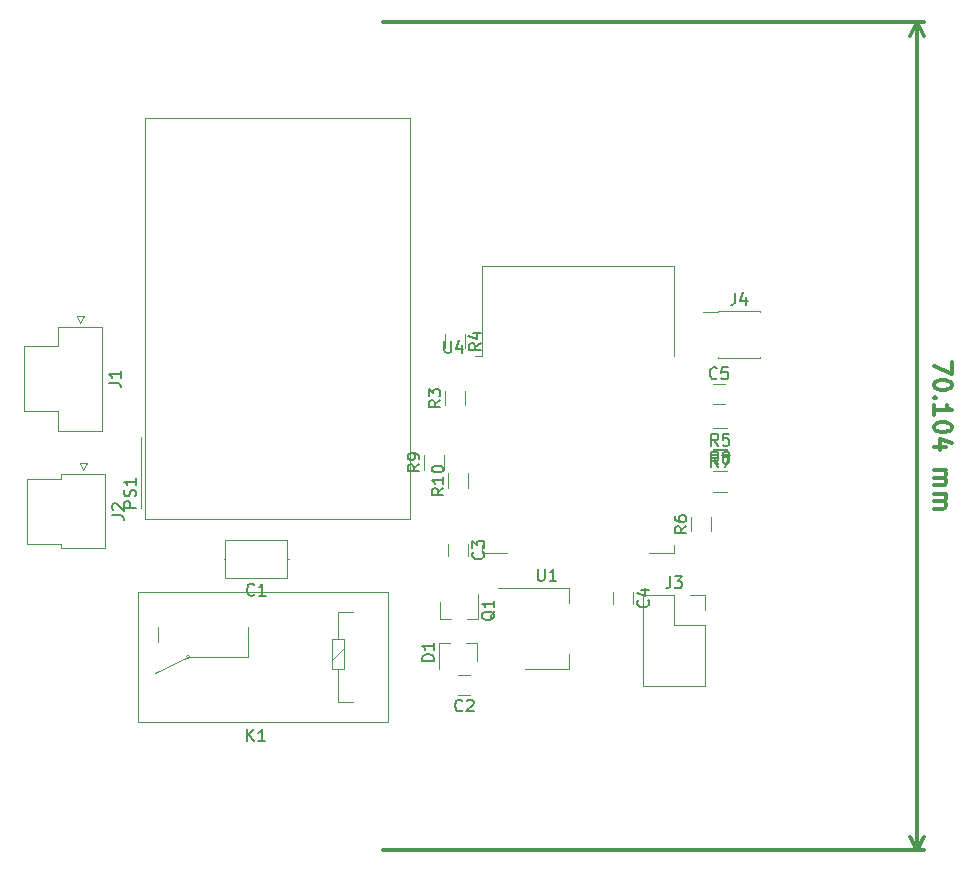
<source format=gbr>
G04 #@! TF.GenerationSoftware,KiCad,Pcbnew,(5.0.2)-1*
G04 #@! TF.CreationDate,2020-01-19T23:31:25+01:00*
G04 #@! TF.ProjectId,loftrelayRound,6c6f6674-7265-46c6-9179-526f756e642e,rev?*
G04 #@! TF.SameCoordinates,Original*
G04 #@! TF.FileFunction,Legend,Top*
G04 #@! TF.FilePolarity,Positive*
%FSLAX46Y46*%
G04 Gerber Fmt 4.6, Leading zero omitted, Abs format (unit mm)*
G04 Created by KiCad (PCBNEW (5.0.2)-1) date 19/01/2020 23:31:25*
%MOMM*%
%LPD*%
G01*
G04 APERTURE LIST*
%ADD10C,0.300000*%
%ADD11C,0.120000*%
%ADD12C,0.150000*%
G04 APERTURE END LIST*
D10*
X196723428Y-111570285D02*
X196723428Y-112570285D01*
X195223428Y-111927428D01*
X196723428Y-113427428D02*
X196723428Y-113570285D01*
X196652000Y-113713142D01*
X196580571Y-113784571D01*
X196437714Y-113856000D01*
X196152000Y-113927428D01*
X195794857Y-113927428D01*
X195509142Y-113856000D01*
X195366285Y-113784571D01*
X195294857Y-113713142D01*
X195223428Y-113570285D01*
X195223428Y-113427428D01*
X195294857Y-113284571D01*
X195366285Y-113213142D01*
X195509142Y-113141714D01*
X195794857Y-113070285D01*
X196152000Y-113070285D01*
X196437714Y-113141714D01*
X196580571Y-113213142D01*
X196652000Y-113284571D01*
X196723428Y-113427428D01*
X195366285Y-114570285D02*
X195294857Y-114641714D01*
X195223428Y-114570285D01*
X195294857Y-114498857D01*
X195366285Y-114570285D01*
X195223428Y-114570285D01*
X195223428Y-116070285D02*
X195223428Y-115213142D01*
X195223428Y-115641714D02*
X196723428Y-115641714D01*
X196509142Y-115498857D01*
X196366285Y-115356000D01*
X196294857Y-115213142D01*
X196723428Y-116998857D02*
X196723428Y-117141714D01*
X196652000Y-117284571D01*
X196580571Y-117356000D01*
X196437714Y-117427428D01*
X196152000Y-117498857D01*
X195794857Y-117498857D01*
X195509142Y-117427428D01*
X195366285Y-117356000D01*
X195294857Y-117284571D01*
X195223428Y-117141714D01*
X195223428Y-116998857D01*
X195294857Y-116856000D01*
X195366285Y-116784571D01*
X195509142Y-116713142D01*
X195794857Y-116641714D01*
X196152000Y-116641714D01*
X196437714Y-116713142D01*
X196580571Y-116784571D01*
X196652000Y-116856000D01*
X196723428Y-116998857D01*
X196223428Y-118784571D02*
X195223428Y-118784571D01*
X196794857Y-118427428D02*
X195723428Y-118070285D01*
X195723428Y-118998857D01*
X195223428Y-120713142D02*
X196223428Y-120713142D01*
X196080571Y-120713142D02*
X196152000Y-120784571D01*
X196223428Y-120927428D01*
X196223428Y-121141714D01*
X196152000Y-121284571D01*
X196009142Y-121356000D01*
X195223428Y-121356000D01*
X196009142Y-121356000D02*
X196152000Y-121427428D01*
X196223428Y-121570285D01*
X196223428Y-121784571D01*
X196152000Y-121927428D01*
X196009142Y-121998857D01*
X195223428Y-121998857D01*
X195223428Y-122713142D02*
X196223428Y-122713142D01*
X196080571Y-122713142D02*
X196152000Y-122784571D01*
X196223428Y-122927428D01*
X196223428Y-123141714D01*
X196152000Y-123284571D01*
X196009142Y-123356000D01*
X195223428Y-123356000D01*
X196009142Y-123356000D02*
X196152000Y-123427428D01*
X196223428Y-123570285D01*
X196223428Y-123784571D01*
X196152000Y-123927428D01*
X196009142Y-123998857D01*
X195223428Y-123998857D01*
X193802000Y-82804000D02*
X193802000Y-152908000D01*
X148590000Y-82804000D02*
X194388421Y-82804000D01*
X148590000Y-152908000D02*
X194388421Y-152908000D01*
X193802000Y-152908000D02*
X193215579Y-151781496D01*
X193802000Y-152908000D02*
X194388421Y-151781496D01*
X193802000Y-82804000D02*
X193215579Y-83930504D01*
X193802000Y-82804000D02*
X194388421Y-83930504D01*
D11*
G04 #@! TO.C,C1*
X135085000Y-128270000D02*
X135245000Y-128270000D01*
X140625000Y-128270000D02*
X140465000Y-128270000D01*
X135245000Y-129880000D02*
X140465000Y-129880000D01*
X135245000Y-126660000D02*
X135245000Y-129880000D01*
X140465000Y-126660000D02*
X135245000Y-126660000D01*
X140465000Y-129880000D02*
X140465000Y-126660000D01*
G04 #@! TO.C,C2*
X155968000Y-138088000D02*
X154968000Y-138088000D01*
X154968000Y-139788000D02*
X155968000Y-139788000D01*
G04 #@! TO.C,C3*
X155790000Y-127988000D02*
X155790000Y-126988000D01*
X154090000Y-126988000D02*
X154090000Y-127988000D01*
G04 #@! TO.C,C4*
X168060000Y-131052000D02*
X168060000Y-132052000D01*
X169760000Y-132052000D02*
X169760000Y-131052000D01*
G04 #@! TO.C,R3*
X153806000Y-115234000D02*
X153806000Y-114034000D01*
X155566000Y-114034000D02*
X155566000Y-115234000D01*
G04 #@! TO.C,R4*
X153806000Y-110408000D02*
X153806000Y-109208000D01*
X155566000Y-109208000D02*
X155566000Y-110408000D01*
G04 #@! TO.C,R5*
X177718000Y-120768000D02*
X176518000Y-120768000D01*
X176518000Y-119008000D02*
X177718000Y-119008000D01*
G04 #@! TO.C,R6*
X174634000Y-125902000D02*
X174634000Y-124702000D01*
X176394000Y-124702000D02*
X176394000Y-125902000D01*
G04 #@! TO.C,R7*
X177718000Y-122546000D02*
X176518000Y-122546000D01*
X176518000Y-120786000D02*
X177718000Y-120786000D01*
G04 #@! TO.C,U4*
X156980000Y-103450000D02*
X173220000Y-103450000D01*
X173220000Y-103450000D02*
X173220000Y-111070000D01*
X173220000Y-127070000D02*
X173220000Y-127690000D01*
X173220000Y-127690000D02*
X171100000Y-127690000D01*
X159100000Y-127690000D02*
X156980000Y-127690000D01*
X156980000Y-127690000D02*
X156980000Y-127070000D01*
X156980000Y-111070000D02*
X156980000Y-103450000D01*
X156980000Y-111070000D02*
X156370000Y-111070000D01*
G04 #@! TO.C,Q1*
X153426000Y-133332000D02*
X153426000Y-131872000D01*
X156586000Y-133332000D02*
X156586000Y-131172000D01*
X156586000Y-133332000D02*
X155656000Y-133332000D01*
X153426000Y-133332000D02*
X154356000Y-133332000D01*
G04 #@! TO.C,K1*
X132210000Y-136525000D02*
G75*
G03X132210000Y-136525000I-130000J0D01*
G01*
X149000000Y-142025000D02*
X127860000Y-142025000D01*
X149000000Y-131025000D02*
X149000000Y-142025000D01*
X127860000Y-131025000D02*
X127860000Y-142025000D01*
X149000000Y-131025000D02*
X127860000Y-131025000D01*
X144270000Y-135005000D02*
X144780000Y-135005000D01*
X144270000Y-137545000D02*
X144270000Y-135005000D01*
X144780000Y-137545000D02*
X144270000Y-137545000D01*
X145290000Y-137545000D02*
X144780000Y-137545000D01*
X145290000Y-135005000D02*
X145290000Y-137545000D01*
X144780000Y-135005000D02*
X145290000Y-135005000D01*
X146050000Y-132715000D02*
X144780000Y-132715000D01*
X144780000Y-132715000D02*
X144780000Y-135005000D01*
X144780000Y-137545000D02*
X144780000Y-140335000D01*
X144780000Y-140335000D02*
X146050000Y-140335000D01*
X145290000Y-135765000D02*
X144270000Y-136775000D01*
X137160000Y-136525000D02*
X132080000Y-136525000D01*
X137160000Y-133985000D02*
X137160000Y-136525000D01*
X129540000Y-133985000D02*
X129540000Y-135255000D01*
X132080000Y-136525000D02*
X129290000Y-137925000D01*
G04 #@! TO.C,C5*
X176518000Y-115150000D02*
X177518000Y-115150000D01*
X177518000Y-113450000D02*
X176518000Y-113450000D01*
G04 #@! TO.C,PS1*
X150830001Y-124844999D02*
X128390001Y-124844999D01*
X128390001Y-90904999D02*
X150830001Y-90904999D01*
X128390001Y-124844999D02*
X128390001Y-90904999D01*
X150830001Y-124844999D02*
X150830001Y-90904999D01*
X128060001Y-123874999D02*
X128060001Y-117874999D01*
G04 #@! TO.C,R8*
X177718000Y-118880000D02*
X176518000Y-118880000D01*
X176518000Y-117120000D02*
X177718000Y-117120000D01*
G04 #@! TO.C,U1*
X164368000Y-137522000D02*
X164368000Y-136262000D01*
X164368000Y-130702000D02*
X164368000Y-131962000D01*
X160608000Y-137522000D02*
X164368000Y-137522000D01*
X158358000Y-130702000D02*
X164368000Y-130702000D01*
G04 #@! TO.C,D1*
X156520000Y-135368000D02*
X155590000Y-135368000D01*
X153360000Y-135368000D02*
X154290000Y-135368000D01*
X153360000Y-135368000D02*
X153360000Y-137528000D01*
X156520000Y-135368000D02*
X156520000Y-136828000D01*
G04 #@! TO.C,J4*
X180499000Y-111120000D02*
X180499000Y-111185000D01*
X176969000Y-111120000D02*
X176969000Y-111185000D01*
X180499000Y-107255000D02*
X180499000Y-107320000D01*
X176969000Y-107255000D02*
X176969000Y-107320000D01*
X175644000Y-107320000D02*
X176969000Y-107320000D01*
X176969000Y-111185000D02*
X180499000Y-111185000D01*
X176969000Y-107255000D02*
X180499000Y-107255000D01*
G04 #@! TO.C,J1*
X123236000Y-107670000D02*
X122936000Y-108270000D01*
X122636000Y-107670000D02*
X123236000Y-107670000D01*
X122936000Y-108270000D02*
X122636000Y-107670000D01*
X118186000Y-115740000D02*
X118186000Y-112990000D01*
X121046000Y-115740000D02*
X118186000Y-115740000D01*
X121046000Y-117360000D02*
X121046000Y-115740000D01*
X124826000Y-117360000D02*
X121046000Y-117360000D01*
X124826000Y-112990000D02*
X124826000Y-117360000D01*
X118186000Y-110240000D02*
X118186000Y-112990000D01*
X121046000Y-110240000D02*
X118186000Y-110240000D01*
X121046000Y-108620000D02*
X121046000Y-110240000D01*
X124826000Y-108620000D02*
X121046000Y-108620000D01*
X124826000Y-112990000D02*
X124826000Y-108620000D01*
G04 #@! TO.C,J2*
X123490000Y-120116000D02*
X123190000Y-120716000D01*
X122890000Y-120116000D02*
X123490000Y-120116000D01*
X123190000Y-120716000D02*
X122890000Y-120116000D01*
X118440000Y-126936000D02*
X118440000Y-124186000D01*
X121300000Y-126936000D02*
X118440000Y-126936000D01*
X121300000Y-127306000D02*
X121300000Y-126936000D01*
X125080000Y-127306000D02*
X121300000Y-127306000D01*
X125080000Y-124186000D02*
X125080000Y-127306000D01*
X118440000Y-121436000D02*
X118440000Y-124186000D01*
X121300000Y-121436000D02*
X118440000Y-121436000D01*
X121300000Y-121066000D02*
X121300000Y-121436000D01*
X125080000Y-121066000D02*
X121300000Y-121066000D01*
X125080000Y-124186000D02*
X125080000Y-121066000D01*
G04 #@! TO.C,J3*
X175828000Y-131258000D02*
X174558000Y-131258000D01*
X175828000Y-132588000D02*
X175828000Y-131258000D01*
X173228000Y-133858000D02*
X175828000Y-133858000D01*
X173228000Y-131258000D02*
X173228000Y-133858000D01*
X170628000Y-131258000D02*
X173228000Y-131258000D01*
X170628000Y-138998000D02*
X170628000Y-131258000D01*
X175828000Y-138998000D02*
X170628000Y-138998000D01*
X175828000Y-133858000D02*
X175828000Y-138998000D01*
G04 #@! TO.C,R9*
X152028000Y-120662000D02*
X152028000Y-119462000D01*
X153788000Y-119462000D02*
X153788000Y-120662000D01*
G04 #@! TO.C,R10*
X155820000Y-120986000D02*
X155820000Y-122186000D01*
X154060000Y-122186000D02*
X154060000Y-120986000D01*
G04 #@! TO.C,C1*
D12*
X137688333Y-131237142D02*
X137640714Y-131284761D01*
X137497857Y-131332380D01*
X137402619Y-131332380D01*
X137259761Y-131284761D01*
X137164523Y-131189523D01*
X137116904Y-131094285D01*
X137069285Y-130903809D01*
X137069285Y-130760952D01*
X137116904Y-130570476D01*
X137164523Y-130475238D01*
X137259761Y-130380000D01*
X137402619Y-130332380D01*
X137497857Y-130332380D01*
X137640714Y-130380000D01*
X137688333Y-130427619D01*
X138640714Y-131332380D02*
X138069285Y-131332380D01*
X138355000Y-131332380D02*
X138355000Y-130332380D01*
X138259761Y-130475238D01*
X138164523Y-130570476D01*
X138069285Y-130618095D01*
G04 #@! TO.C,C2*
X155301333Y-141045142D02*
X155253714Y-141092761D01*
X155110857Y-141140380D01*
X155015619Y-141140380D01*
X154872761Y-141092761D01*
X154777523Y-140997523D01*
X154729904Y-140902285D01*
X154682285Y-140711809D01*
X154682285Y-140568952D01*
X154729904Y-140378476D01*
X154777523Y-140283238D01*
X154872761Y-140188000D01*
X155015619Y-140140380D01*
X155110857Y-140140380D01*
X155253714Y-140188000D01*
X155301333Y-140235619D01*
X155682285Y-140235619D02*
X155729904Y-140188000D01*
X155825142Y-140140380D01*
X156063238Y-140140380D01*
X156158476Y-140188000D01*
X156206095Y-140235619D01*
X156253714Y-140330857D01*
X156253714Y-140426095D01*
X156206095Y-140568952D01*
X155634666Y-141140380D01*
X156253714Y-141140380D01*
G04 #@! TO.C,C3*
X157047142Y-127654666D02*
X157094761Y-127702285D01*
X157142380Y-127845142D01*
X157142380Y-127940380D01*
X157094761Y-128083238D01*
X156999523Y-128178476D01*
X156904285Y-128226095D01*
X156713809Y-128273714D01*
X156570952Y-128273714D01*
X156380476Y-128226095D01*
X156285238Y-128178476D01*
X156190000Y-128083238D01*
X156142380Y-127940380D01*
X156142380Y-127845142D01*
X156190000Y-127702285D01*
X156237619Y-127654666D01*
X156142380Y-127321333D02*
X156142380Y-126702285D01*
X156523333Y-127035619D01*
X156523333Y-126892761D01*
X156570952Y-126797523D01*
X156618571Y-126749904D01*
X156713809Y-126702285D01*
X156951904Y-126702285D01*
X157047142Y-126749904D01*
X157094761Y-126797523D01*
X157142380Y-126892761D01*
X157142380Y-127178476D01*
X157094761Y-127273714D01*
X157047142Y-127321333D01*
G04 #@! TO.C,C4*
X171017142Y-131718666D02*
X171064761Y-131766285D01*
X171112380Y-131909142D01*
X171112380Y-132004380D01*
X171064761Y-132147238D01*
X170969523Y-132242476D01*
X170874285Y-132290095D01*
X170683809Y-132337714D01*
X170540952Y-132337714D01*
X170350476Y-132290095D01*
X170255238Y-132242476D01*
X170160000Y-132147238D01*
X170112380Y-132004380D01*
X170112380Y-131909142D01*
X170160000Y-131766285D01*
X170207619Y-131718666D01*
X170445714Y-130861523D02*
X171112380Y-130861523D01*
X170064761Y-131099619D02*
X170779047Y-131337714D01*
X170779047Y-130718666D01*
G04 #@! TO.C,R3*
X153438380Y-114800666D02*
X152962190Y-115134000D01*
X153438380Y-115372095D02*
X152438380Y-115372095D01*
X152438380Y-114991142D01*
X152486000Y-114895904D01*
X152533619Y-114848285D01*
X152628857Y-114800666D01*
X152771714Y-114800666D01*
X152866952Y-114848285D01*
X152914571Y-114895904D01*
X152962190Y-114991142D01*
X152962190Y-115372095D01*
X152438380Y-114467333D02*
X152438380Y-113848285D01*
X152819333Y-114181619D01*
X152819333Y-114038761D01*
X152866952Y-113943523D01*
X152914571Y-113895904D01*
X153009809Y-113848285D01*
X153247904Y-113848285D01*
X153343142Y-113895904D01*
X153390761Y-113943523D01*
X153438380Y-114038761D01*
X153438380Y-114324476D01*
X153390761Y-114419714D01*
X153343142Y-114467333D01*
G04 #@! TO.C,R4*
X156838380Y-109974666D02*
X156362190Y-110308000D01*
X156838380Y-110546095D02*
X155838380Y-110546095D01*
X155838380Y-110165142D01*
X155886000Y-110069904D01*
X155933619Y-110022285D01*
X156028857Y-109974666D01*
X156171714Y-109974666D01*
X156266952Y-110022285D01*
X156314571Y-110069904D01*
X156362190Y-110165142D01*
X156362190Y-110546095D01*
X156171714Y-109117523D02*
X156838380Y-109117523D01*
X155790761Y-109355619D02*
X156505047Y-109593714D01*
X156505047Y-108974666D01*
G04 #@! TO.C,R5*
X176951333Y-118640380D02*
X176618000Y-118164190D01*
X176379904Y-118640380D02*
X176379904Y-117640380D01*
X176760857Y-117640380D01*
X176856095Y-117688000D01*
X176903714Y-117735619D01*
X176951333Y-117830857D01*
X176951333Y-117973714D01*
X176903714Y-118068952D01*
X176856095Y-118116571D01*
X176760857Y-118164190D01*
X176379904Y-118164190D01*
X177856095Y-117640380D02*
X177379904Y-117640380D01*
X177332285Y-118116571D01*
X177379904Y-118068952D01*
X177475142Y-118021333D01*
X177713238Y-118021333D01*
X177808476Y-118068952D01*
X177856095Y-118116571D01*
X177903714Y-118211809D01*
X177903714Y-118449904D01*
X177856095Y-118545142D01*
X177808476Y-118592761D01*
X177713238Y-118640380D01*
X177475142Y-118640380D01*
X177379904Y-118592761D01*
X177332285Y-118545142D01*
G04 #@! TO.C,R6*
X174266380Y-125468666D02*
X173790190Y-125802000D01*
X174266380Y-126040095D02*
X173266380Y-126040095D01*
X173266380Y-125659142D01*
X173314000Y-125563904D01*
X173361619Y-125516285D01*
X173456857Y-125468666D01*
X173599714Y-125468666D01*
X173694952Y-125516285D01*
X173742571Y-125563904D01*
X173790190Y-125659142D01*
X173790190Y-126040095D01*
X173266380Y-124611523D02*
X173266380Y-124802000D01*
X173314000Y-124897238D01*
X173361619Y-124944857D01*
X173504476Y-125040095D01*
X173694952Y-125087714D01*
X174075904Y-125087714D01*
X174171142Y-125040095D01*
X174218761Y-124992476D01*
X174266380Y-124897238D01*
X174266380Y-124706761D01*
X174218761Y-124611523D01*
X174171142Y-124563904D01*
X174075904Y-124516285D01*
X173837809Y-124516285D01*
X173742571Y-124563904D01*
X173694952Y-124611523D01*
X173647333Y-124706761D01*
X173647333Y-124897238D01*
X173694952Y-124992476D01*
X173742571Y-125040095D01*
X173837809Y-125087714D01*
G04 #@! TO.C,R7*
X176951333Y-120418380D02*
X176618000Y-119942190D01*
X176379904Y-120418380D02*
X176379904Y-119418380D01*
X176760857Y-119418380D01*
X176856095Y-119466000D01*
X176903714Y-119513619D01*
X176951333Y-119608857D01*
X176951333Y-119751714D01*
X176903714Y-119846952D01*
X176856095Y-119894571D01*
X176760857Y-119942190D01*
X176379904Y-119942190D01*
X177284666Y-119418380D02*
X177951333Y-119418380D01*
X177522761Y-120418380D01*
G04 #@! TO.C,U4*
X153778095Y-109762380D02*
X153778095Y-110571904D01*
X153825714Y-110667142D01*
X153873333Y-110714761D01*
X153968571Y-110762380D01*
X154159047Y-110762380D01*
X154254285Y-110714761D01*
X154301904Y-110667142D01*
X154349523Y-110571904D01*
X154349523Y-109762380D01*
X155254285Y-110095714D02*
X155254285Y-110762380D01*
X155016190Y-109714761D02*
X154778095Y-110429047D01*
X155397142Y-110429047D01*
G04 #@! TO.C,Q1*
X158053619Y-132667238D02*
X158006000Y-132762476D01*
X157910761Y-132857714D01*
X157767904Y-133000571D01*
X157720285Y-133095809D01*
X157720285Y-133191047D01*
X157958380Y-133143428D02*
X157910761Y-133238666D01*
X157815523Y-133333904D01*
X157625047Y-133381523D01*
X157291714Y-133381523D01*
X157101238Y-133333904D01*
X157006000Y-133238666D01*
X156958380Y-133143428D01*
X156958380Y-132952952D01*
X157006000Y-132857714D01*
X157101238Y-132762476D01*
X157291714Y-132714857D01*
X157625047Y-132714857D01*
X157815523Y-132762476D01*
X157910761Y-132857714D01*
X157958380Y-132952952D01*
X157958380Y-133143428D01*
X157958380Y-131762476D02*
X157958380Y-132333904D01*
X157958380Y-132048190D02*
X156958380Y-132048190D01*
X157101238Y-132143428D01*
X157196476Y-132238666D01*
X157244095Y-132333904D01*
G04 #@! TO.C,K1*
X137081904Y-143667380D02*
X137081904Y-142667380D01*
X137653333Y-143667380D02*
X137224761Y-143095952D01*
X137653333Y-142667380D02*
X137081904Y-143238809D01*
X138605714Y-143667380D02*
X138034285Y-143667380D01*
X138320000Y-143667380D02*
X138320000Y-142667380D01*
X138224761Y-142810238D01*
X138129523Y-142905476D01*
X138034285Y-142953095D01*
G04 #@! TO.C,C5*
X176851333Y-112907142D02*
X176803714Y-112954761D01*
X176660857Y-113002380D01*
X176565619Y-113002380D01*
X176422761Y-112954761D01*
X176327523Y-112859523D01*
X176279904Y-112764285D01*
X176232285Y-112573809D01*
X176232285Y-112430952D01*
X176279904Y-112240476D01*
X176327523Y-112145238D01*
X176422761Y-112050000D01*
X176565619Y-112002380D01*
X176660857Y-112002380D01*
X176803714Y-112050000D01*
X176851333Y-112097619D01*
X177756095Y-112002380D02*
X177279904Y-112002380D01*
X177232285Y-112478571D01*
X177279904Y-112430952D01*
X177375142Y-112383333D01*
X177613238Y-112383333D01*
X177708476Y-112430952D01*
X177756095Y-112478571D01*
X177803714Y-112573809D01*
X177803714Y-112811904D01*
X177756095Y-112907142D01*
X177708476Y-112954761D01*
X177613238Y-113002380D01*
X177375142Y-113002380D01*
X177279904Y-112954761D01*
X177232285Y-112907142D01*
G04 #@! TO.C,PS1*
X127662381Y-123889284D02*
X126662381Y-123889284D01*
X126662381Y-123508332D01*
X126710001Y-123413094D01*
X126757620Y-123365475D01*
X126852858Y-123317856D01*
X126995715Y-123317856D01*
X127090953Y-123365475D01*
X127138572Y-123413094D01*
X127186191Y-123508332D01*
X127186191Y-123889284D01*
X127614762Y-122936903D02*
X127662381Y-122794046D01*
X127662381Y-122555951D01*
X127614762Y-122460713D01*
X127567143Y-122413094D01*
X127471905Y-122365475D01*
X127376667Y-122365475D01*
X127281429Y-122413094D01*
X127233810Y-122460713D01*
X127186191Y-122555951D01*
X127138572Y-122746427D01*
X127090953Y-122841665D01*
X127043334Y-122889284D01*
X126948096Y-122936903D01*
X126852858Y-122936903D01*
X126757620Y-122889284D01*
X126710001Y-122841665D01*
X126662381Y-122746427D01*
X126662381Y-122508332D01*
X126710001Y-122365475D01*
X127662381Y-121413094D02*
X127662381Y-121984522D01*
X127662381Y-121698808D02*
X126662381Y-121698808D01*
X126805239Y-121794046D01*
X126900477Y-121889284D01*
X126948096Y-121984522D01*
G04 #@! TO.C,R8*
X176951333Y-120152380D02*
X176618000Y-119676190D01*
X176379904Y-120152380D02*
X176379904Y-119152380D01*
X176760857Y-119152380D01*
X176856095Y-119200000D01*
X176903714Y-119247619D01*
X176951333Y-119342857D01*
X176951333Y-119485714D01*
X176903714Y-119580952D01*
X176856095Y-119628571D01*
X176760857Y-119676190D01*
X176379904Y-119676190D01*
X177522761Y-119580952D02*
X177427523Y-119533333D01*
X177379904Y-119485714D01*
X177332285Y-119390476D01*
X177332285Y-119342857D01*
X177379904Y-119247619D01*
X177427523Y-119200000D01*
X177522761Y-119152380D01*
X177713238Y-119152380D01*
X177808476Y-119200000D01*
X177856095Y-119247619D01*
X177903714Y-119342857D01*
X177903714Y-119390476D01*
X177856095Y-119485714D01*
X177808476Y-119533333D01*
X177713238Y-119580952D01*
X177522761Y-119580952D01*
X177427523Y-119628571D01*
X177379904Y-119676190D01*
X177332285Y-119771428D01*
X177332285Y-119961904D01*
X177379904Y-120057142D01*
X177427523Y-120104761D01*
X177522761Y-120152380D01*
X177713238Y-120152380D01*
X177808476Y-120104761D01*
X177856095Y-120057142D01*
X177903714Y-119961904D01*
X177903714Y-119771428D01*
X177856095Y-119676190D01*
X177808476Y-119628571D01*
X177713238Y-119580952D01*
G04 #@! TO.C,U1*
X161696095Y-129064380D02*
X161696095Y-129873904D01*
X161743714Y-129969142D01*
X161791333Y-130016761D01*
X161886571Y-130064380D01*
X162077047Y-130064380D01*
X162172285Y-130016761D01*
X162219904Y-129969142D01*
X162267523Y-129873904D01*
X162267523Y-129064380D01*
X163267523Y-130064380D02*
X162696095Y-130064380D01*
X162981809Y-130064380D02*
X162981809Y-129064380D01*
X162886571Y-129207238D01*
X162791333Y-129302476D01*
X162696095Y-129350095D01*
G04 #@! TO.C,D1*
X152892380Y-136866095D02*
X151892380Y-136866095D01*
X151892380Y-136628000D01*
X151940000Y-136485142D01*
X152035238Y-136389904D01*
X152130476Y-136342285D01*
X152320952Y-136294666D01*
X152463809Y-136294666D01*
X152654285Y-136342285D01*
X152749523Y-136389904D01*
X152844761Y-136485142D01*
X152892380Y-136628000D01*
X152892380Y-136866095D01*
X152892380Y-135342285D02*
X152892380Y-135913714D01*
X152892380Y-135628000D02*
X151892380Y-135628000D01*
X152035238Y-135723238D01*
X152130476Y-135818476D01*
X152178095Y-135913714D01*
G04 #@! TO.C,J4*
X178400666Y-105707380D02*
X178400666Y-106421666D01*
X178353047Y-106564523D01*
X178257809Y-106659761D01*
X178114952Y-106707380D01*
X178019714Y-106707380D01*
X179305428Y-106040714D02*
X179305428Y-106707380D01*
X179067333Y-105659761D02*
X178829238Y-106374047D01*
X179448285Y-106374047D01*
G04 #@! TO.C,J1*
X125388380Y-113323333D02*
X126102666Y-113323333D01*
X126245523Y-113370952D01*
X126340761Y-113466190D01*
X126388380Y-113609047D01*
X126388380Y-113704285D01*
X126388380Y-112323333D02*
X126388380Y-112894761D01*
X126388380Y-112609047D02*
X125388380Y-112609047D01*
X125531238Y-112704285D01*
X125626476Y-112799523D01*
X125674095Y-112894761D01*
G04 #@! TO.C,J2*
X125642380Y-124519333D02*
X126356666Y-124519333D01*
X126499523Y-124566952D01*
X126594761Y-124662190D01*
X126642380Y-124805047D01*
X126642380Y-124900285D01*
X125737619Y-124090761D02*
X125690000Y-124043142D01*
X125642380Y-123947904D01*
X125642380Y-123709809D01*
X125690000Y-123614571D01*
X125737619Y-123566952D01*
X125832857Y-123519333D01*
X125928095Y-123519333D01*
X126070952Y-123566952D01*
X126642380Y-124138380D01*
X126642380Y-123519333D01*
G04 #@! TO.C,J3*
X172894666Y-129710380D02*
X172894666Y-130424666D01*
X172847047Y-130567523D01*
X172751809Y-130662761D01*
X172608952Y-130710380D01*
X172513714Y-130710380D01*
X173275619Y-129710380D02*
X173894666Y-129710380D01*
X173561333Y-130091333D01*
X173704190Y-130091333D01*
X173799428Y-130138952D01*
X173847047Y-130186571D01*
X173894666Y-130281809D01*
X173894666Y-130519904D01*
X173847047Y-130615142D01*
X173799428Y-130662761D01*
X173704190Y-130710380D01*
X173418476Y-130710380D01*
X173323238Y-130662761D01*
X173275619Y-130615142D01*
G04 #@! TO.C,R9*
X151660380Y-120228666D02*
X151184190Y-120562000D01*
X151660380Y-120800095D02*
X150660380Y-120800095D01*
X150660380Y-120419142D01*
X150708000Y-120323904D01*
X150755619Y-120276285D01*
X150850857Y-120228666D01*
X150993714Y-120228666D01*
X151088952Y-120276285D01*
X151136571Y-120323904D01*
X151184190Y-120419142D01*
X151184190Y-120800095D01*
X151660380Y-119752476D02*
X151660380Y-119562000D01*
X151612761Y-119466761D01*
X151565142Y-119419142D01*
X151422285Y-119323904D01*
X151231809Y-119276285D01*
X150850857Y-119276285D01*
X150755619Y-119323904D01*
X150708000Y-119371523D01*
X150660380Y-119466761D01*
X150660380Y-119657238D01*
X150708000Y-119752476D01*
X150755619Y-119800095D01*
X150850857Y-119847714D01*
X151088952Y-119847714D01*
X151184190Y-119800095D01*
X151231809Y-119752476D01*
X151279428Y-119657238D01*
X151279428Y-119466761D01*
X151231809Y-119371523D01*
X151184190Y-119323904D01*
X151088952Y-119276285D01*
G04 #@! TO.C,R10*
X153692380Y-122228857D02*
X153216190Y-122562190D01*
X153692380Y-122800285D02*
X152692380Y-122800285D01*
X152692380Y-122419333D01*
X152740000Y-122324095D01*
X152787619Y-122276476D01*
X152882857Y-122228857D01*
X153025714Y-122228857D01*
X153120952Y-122276476D01*
X153168571Y-122324095D01*
X153216190Y-122419333D01*
X153216190Y-122800285D01*
X153692380Y-121276476D02*
X153692380Y-121847904D01*
X153692380Y-121562190D02*
X152692380Y-121562190D01*
X152835238Y-121657428D01*
X152930476Y-121752666D01*
X152978095Y-121847904D01*
X152692380Y-120657428D02*
X152692380Y-120562190D01*
X152740000Y-120466952D01*
X152787619Y-120419333D01*
X152882857Y-120371714D01*
X153073333Y-120324095D01*
X153311428Y-120324095D01*
X153501904Y-120371714D01*
X153597142Y-120419333D01*
X153644761Y-120466952D01*
X153692380Y-120562190D01*
X153692380Y-120657428D01*
X153644761Y-120752666D01*
X153597142Y-120800285D01*
X153501904Y-120847904D01*
X153311428Y-120895523D01*
X153073333Y-120895523D01*
X152882857Y-120847904D01*
X152787619Y-120800285D01*
X152740000Y-120752666D01*
X152692380Y-120657428D01*
G04 #@! TD*
M02*

</source>
